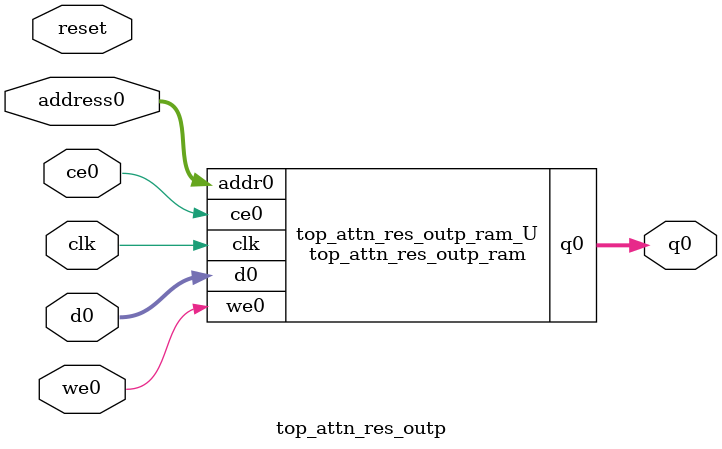
<source format=v>
`timescale 1 ns / 1 ps
module top_attn_res_outp_ram (addr0, ce0, d0, we0, q0,  clk);

parameter DWIDTH = 32;
parameter AWIDTH = 14;
parameter MEM_SIZE = 9216;

input[AWIDTH-1:0] addr0;
input ce0;
input[DWIDTH-1:0] d0;
input we0;
output reg[DWIDTH-1:0] q0;
input clk;

(* ram_style = "block" *)reg [DWIDTH-1:0] ram[0:MEM_SIZE-1];




always @(posedge clk)  
begin 
    if (ce0) begin
        if (we0) 
            ram[addr0] <= d0; 
        q0 <= ram[addr0];
    end
end


endmodule

`timescale 1 ns / 1 ps
module top_attn_res_outp(
    reset,
    clk,
    address0,
    ce0,
    we0,
    d0,
    q0);

parameter DataWidth = 32'd32;
parameter AddressRange = 32'd9216;
parameter AddressWidth = 32'd14;
input reset;
input clk;
input[AddressWidth - 1:0] address0;
input ce0;
input we0;
input[DataWidth - 1:0] d0;
output[DataWidth - 1:0] q0;



top_attn_res_outp_ram top_attn_res_outp_ram_U(
    .clk( clk ),
    .addr0( address0 ),
    .ce0( ce0 ),
    .we0( we0 ),
    .d0( d0 ),
    .q0( q0 ));

endmodule


</source>
